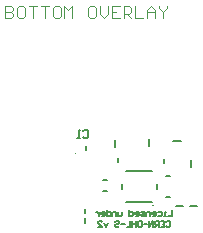
<source format=gbo>
G04*
G04 #@! TF.GenerationSoftware,Altium Limited,Altium Designer,20.2.6 (244)*
G04*
G04 Layer_Color=32896*
%FSLAX25Y25*%
%MOIN*%
G70*
G04*
G04 #@! TF.SameCoordinates,A1248B6C-439F-447A-ADC8-1C90144166A7*
G04*
G04*
G04 #@! TF.FilePolarity,Positive*
G04*
G01*
G75*
%ADD10C,0.00394*%
%ADD11C,0.00591*%
%ADD24C,0.00787*%
D10*
X792239Y447054D02*
G03*
X792239Y447054I-197J0D01*
G01*
X768715Y496069D02*
Y492134D01*
X770683D01*
X771339Y492790D01*
Y493446D01*
X770683Y494102D01*
X768715D01*
X770683D01*
X771339Y494758D01*
Y495413D01*
X770683Y496069D01*
X768715D01*
X774619D02*
X773307D01*
X772651Y495413D01*
Y492790D01*
X773307Y492134D01*
X774619D01*
X775275Y492790D01*
Y495413D01*
X774619Y496069D01*
X776586D02*
X779210D01*
X777898D01*
Y492134D01*
X780522Y496069D02*
X783146D01*
X781834D01*
Y492134D01*
X786426Y496069D02*
X785114D01*
X784458Y495413D01*
Y492790D01*
X785114Y492134D01*
X786426D01*
X787082Y492790D01*
Y495413D01*
X786426Y496069D01*
X788394Y492134D02*
Y496069D01*
X789706Y494758D01*
X791017Y496069D01*
Y492134D01*
X798233Y496069D02*
X796921D01*
X796265Y495413D01*
Y492790D01*
X796921Y492134D01*
X798233D01*
X798889Y492790D01*
Y495413D01*
X798233Y496069D01*
X800201D02*
Y493446D01*
X801513Y492134D01*
X802825Y493446D01*
Y496069D01*
X806761D02*
X804137D01*
Y492134D01*
X806761D01*
X804137Y494102D02*
X805449D01*
X808072Y492134D02*
Y496069D01*
X810040D01*
X810696Y495413D01*
Y494102D01*
X810040Y493446D01*
X808072D01*
X809384D02*
X810696Y492134D01*
X812008Y496069D02*
Y492134D01*
X814632D01*
X815944D02*
Y494758D01*
X817256Y496069D01*
X818568Y494758D01*
Y492134D01*
Y494102D01*
X815944D01*
X819880Y496069D02*
Y495413D01*
X821192Y494102D01*
X822503Y495413D01*
Y496069D01*
X821192Y494102D02*
Y492134D01*
D11*
X816550Y449417D02*
Y451779D01*
X805132Y449023D02*
Y451385D01*
X801294Y434456D02*
X802672D01*
X795290Y427074D02*
Y428452D01*
Y423924D02*
Y425302D01*
X825605Y429338D02*
X827967D01*
X822160Y432487D02*
X823538D01*
X806117Y444003D02*
Y445381D01*
X824719Y451031D02*
X827081D01*
X822160Y439574D02*
X823538D01*
X795683Y447940D02*
Y449318D01*
X830723Y442330D02*
Y444692D01*
X830329Y429338D02*
X832691D01*
X821668Y443610D02*
Y444987D01*
X801294Y437999D02*
X802672D01*
X819306Y435243D02*
Y436818D01*
X807495Y435243D02*
Y436818D01*
X809069Y441149D02*
X817731D01*
X809069Y430913D02*
X817731D01*
X824234Y428157D02*
Y426268D01*
X822974D01*
X822345D02*
X821715D01*
X822030D01*
Y427528D01*
X822345D01*
X819511D02*
X820456D01*
X820770Y427213D01*
Y426583D01*
X820456Y426268D01*
X819511D01*
X817937D02*
X818567D01*
X818881Y426583D01*
Y427213D01*
X818567Y427528D01*
X817937D01*
X817622Y427213D01*
Y426898D01*
X818881D01*
X816992Y426268D02*
Y427528D01*
X816048D01*
X815733Y427213D01*
Y426268D01*
X815103D02*
X814159D01*
X813844Y426583D01*
X814159Y426898D01*
X814788D01*
X815103Y427213D01*
X814788Y427528D01*
X813844D01*
X812269Y426268D02*
X812899D01*
X813214Y426583D01*
Y427213D01*
X812899Y427528D01*
X812269D01*
X811954Y427213D01*
Y426898D01*
X813214D01*
X810065Y428157D02*
Y426268D01*
X811010D01*
X811325Y426583D01*
Y427213D01*
X811010Y427528D01*
X810065D01*
X807547D02*
Y426583D01*
X807232Y426268D01*
X806287D01*
Y427528D01*
X805657Y426268D02*
Y427528D01*
X804713D01*
X804398Y427213D01*
Y426268D01*
X802509Y428157D02*
Y426268D01*
X803453D01*
X803768Y426583D01*
Y427213D01*
X803453Y427528D01*
X802509D01*
X800935Y426268D02*
X801564D01*
X801879Y426583D01*
Y427213D01*
X801564Y427528D01*
X800935D01*
X800620Y427213D01*
Y426898D01*
X801879D01*
X799990Y427528D02*
Y426268D01*
Y426898D01*
X799675Y427213D01*
X799360Y427528D01*
X799045D01*
X822345Y424158D02*
X822660Y424473D01*
X823289D01*
X823604Y424158D01*
Y422899D01*
X823289Y422584D01*
X822660D01*
X822345Y422899D01*
X820456Y424473D02*
X821715D01*
Y422584D01*
X820456D01*
X821715Y423528D02*
X821085D01*
X819826Y422584D02*
Y424473D01*
X818881D01*
X818567Y424158D01*
Y423528D01*
X818881Y423213D01*
X819826D01*
X819196D02*
X818567Y422584D01*
X817937D02*
Y424473D01*
X816677Y422584D01*
Y424473D01*
X816048Y423528D02*
X814788D01*
X813214Y424473D02*
X813844D01*
X814159Y424158D01*
Y422899D01*
X813844Y422584D01*
X813214D01*
X812899Y422899D01*
Y424158D01*
X813214Y424473D01*
X812269D02*
Y422584D01*
Y423528D01*
X811010D01*
Y424473D01*
Y422584D01*
X810380Y424473D02*
Y422584D01*
X809121D01*
X808491Y423528D02*
X807232D01*
X805342Y424158D02*
X805657Y424473D01*
X806287D01*
X806602Y424158D01*
Y423843D01*
X806287Y423528D01*
X805657D01*
X805342Y423213D01*
Y422899D01*
X805657Y422584D01*
X806287D01*
X806602Y422899D01*
X802824Y423843D02*
X802194Y422584D01*
X801564Y423843D01*
X799675Y422584D02*
X800934D01*
X799675Y423843D01*
Y424158D01*
X799990Y424473D01*
X800620D01*
X800934Y424158D01*
X794502Y454272D02*
X794962Y454731D01*
X795880D01*
X796339Y454272D01*
Y452435D01*
X795880Y451976D01*
X794962D01*
X794502Y452435D01*
X793584Y451976D02*
X792666D01*
X793125D01*
Y454731D01*
X793584Y454272D01*
D24*
X817941Y429732D02*
G03*
X817941Y429732I-112J0D01*
G01*
M02*

</source>
